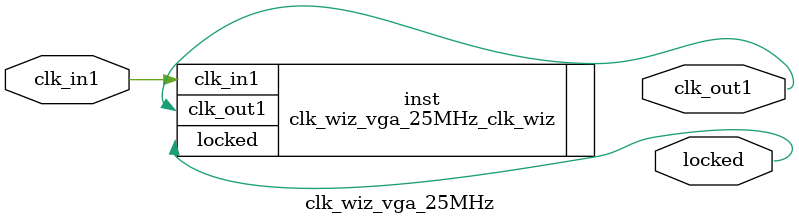
<source format=v>


`timescale 1ps/1ps

(* CORE_GENERATION_INFO = "clk_wiz_vga_25MHz,clk_wiz_v6_0_4_0_0,{component_name=clk_wiz_vga_25MHz,use_phase_alignment=true,use_min_o_jitter=false,use_max_i_jitter=false,use_dyn_phase_shift=false,use_inclk_switchover=false,use_dyn_reconfig=false,enable_axi=0,feedback_source=FDBK_AUTO,PRIMITIVE=MMCM,num_out_clk=1,clkin1_period=10.000,clkin2_period=10.000,use_power_down=false,use_reset=false,use_locked=true,use_inclk_stopped=false,feedback_type=SINGLE,CLOCK_MGR_TYPE=NA,manual_override=false}" *)

module clk_wiz_vga_25MHz 
 (
  // Clock out ports
  output        clk_out1,
  // Status and control signals
  output        locked,
 // Clock in ports
  input         clk_in1
 );

  clk_wiz_vga_25MHz_clk_wiz inst
  (
  // Clock out ports  
  .clk_out1(clk_out1),
  // Status and control signals               
  .locked(locked),
 // Clock in ports
  .clk_in1(clk_in1)
  );

endmodule

</source>
